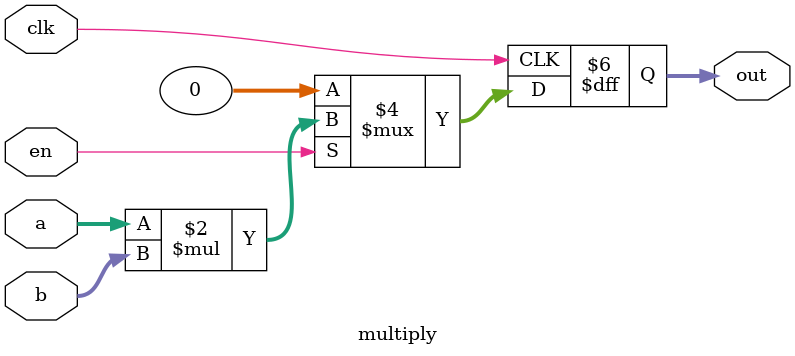
<source format=v>
`timescale 1ns / 1ps


module multiply(clk, en, a, b, out);

    // params
    parameter AW = 16;
    parameter BW = 16;
    localparam OW = AW + BW;

    // port declarations
    input wire                      clk;
    input wire                      en;
    input wire signed   [(AW-1):0]  a;
    input wire signed   [(BW-1):0]  b;
    output reg signed   [(OW-1):0]  out;

    always @ (posedge clk) begin
        if (en) out <= a * b;
        else out <= 0;
    end

endmodule

</source>
